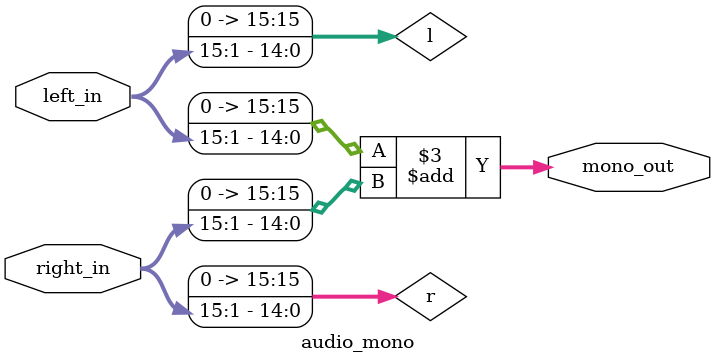
<source format=v>
`timescale 1ns / 1ps


module audio_mono #(
    parameter   AUDIO_DW    =   16,
    parameter   SHIFT       =   1
)(
    input       [AUDIO_DW-1:0]   left_in,
    input       [AUDIO_DW-1:0]   right_in,
    
    output      [AUDIO_DW-1:0]   mono_out
    );
    
    wire    [AUDIO_DW-1:0]  l;
    wire    [AUDIO_DW-1:0]  r;

    assign l          =   left_in  >>> SHIFT;     
    assign r          =   right_in >>> SHIFT;  
    assign mono_out   =   l + r;   

endmodule

</source>
